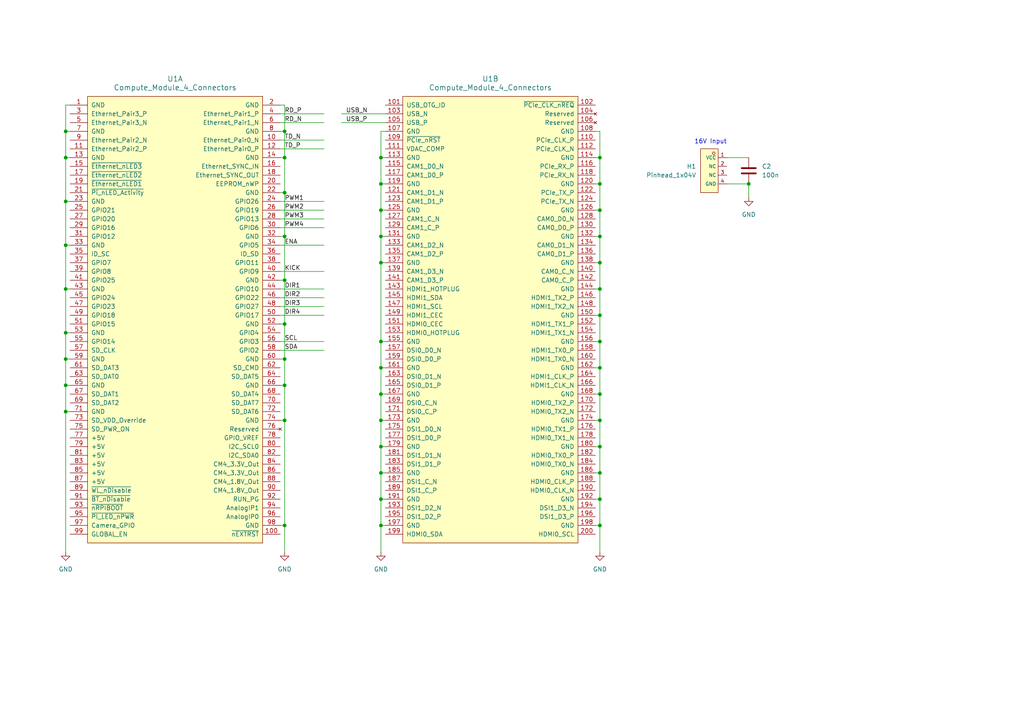
<source format=kicad_sch>
(kicad_sch (version 20230121) (generator eeschema)
  (paper "A4")
  (lib_symbols
    (symbol "Compute_Module_4_Connectors_1" (pin_names (offset 1.016))
      (property "Reference" "U1" (at 25.4 7.62 0))
      (property "Value" "Compute_Module_4_Connectors" (at 25.4 5.08 0))
      (symbol "Compute_Module_4_Connectors_1_1_1"
        (pin power_in line (at 0 0 0) (length 5.08) (name "GND") (number "1"))
        (pin passive line (at 60.96 -10.16 180) (length 5.08) (name "Ethernet_Pair0_N") (number "10"))
        (pin output line (at 60.96 -124.46 180) (length 5.08) (name "~{nEXTRST}") (number "100"))
        (pin passive line (at 0 -12.7 0) (length 5.08) (name "Ethernet_Pair2_P") (number "11"))
        (pin passive line (at 60.96 -12.7 180) (length 5.08) (name "Ethernet_Pair0_P") (number "12"))
        (pin power_in line (at 0 -15.24 0) (length 5.08) (name "GND") (number "13"))
        (pin power_in line (at 60.96 -15.24 180) (length 5.08) (name "GND") (number "14"))
        (pin output line (at 0 -17.78 0) (length 5.08) (name "~{Ethernet_nLED3}") (number "15"))
        (pin input line (at 60.96 -17.78 180) (length 5.08) (name "Ethernet_SYNC_IN") (number "16"))
        (pin output line (at 0 -20.32 0) (length 5.08) (name "~{Ethernet_nLED2}") (number "17"))
        (pin input line (at 60.96 -20.32 180) (length 5.08) (name "Ethernet_SYNC_OUT") (number "18"))
        (pin output line (at 0 -22.86 0) (length 5.08) (name "~{Ethernet_nLED1}") (number "19"))
        (pin power_in line (at 60.96 0 180) (length 5.08) (name "GND") (number "2"))
        (pin passive line (at 60.96 -22.86 180) (length 5.08) (name "EEPROM_nWP") (number "20"))
        (pin open_collector line (at 0 -25.4 0) (length 5.08) (name "~{Pi_nLED_Activity}") (number "21"))
        (pin power_in line (at 60.96 -25.4 180) (length 5.08) (name "GND") (number "22"))
        (pin power_in line (at 0 -27.94 0) (length 5.08) (name "GND") (number "23"))
        (pin passive line (at 60.96 -27.94 180) (length 5.08) (name "GPIO26") (number "24"))
        (pin passive line (at 0 -30.48 0) (length 5.08) (name "GPIO21") (number "25"))
        (pin passive line (at 60.96 -30.48 180) (length 5.08) (name "GPIO19") (number "26"))
        (pin passive line (at 0 -33.02 0) (length 5.08) (name "GPIO20") (number "27"))
        (pin passive line (at 60.96 -33.02 180) (length 5.08) (name "GPIO13") (number "28"))
        (pin passive line (at 0 -35.56 0) (length 5.08) (name "GPIO16") (number "29"))
        (pin passive line (at 0 -2.54 0) (length 5.08) (name "Ethernet_Pair3_P") (number "3"))
        (pin passive line (at 60.96 -35.56 180) (length 5.08) (name "GPIO6") (number "30"))
        (pin passive line (at 0 -38.1 0) (length 5.08) (name "GPIO12") (number "31"))
        (pin power_in line (at 60.96 -38.1 180) (length 5.08) (name "GND") (number "32"))
        (pin power_in line (at 0 -40.64 0) (length 5.08) (name "GND") (number "33"))
        (pin passive line (at 60.96 -40.64 180) (length 5.08) (name "GPIO5") (number "34"))
        (pin passive line (at 0 -43.18 0) (length 5.08) (name "ID_SC") (number "35"))
        (pin passive line (at 60.96 -43.18 180) (length 5.08) (name "ID_SD") (number "36"))
        (pin passive line (at 0 -45.72 0) (length 5.08) (name "GPIO7") (number "37"))
        (pin passive line (at 60.96 -45.72 180) (length 5.08) (name "GPIO11") (number "38"))
        (pin passive line (at 0 -48.26 0) (length 5.08) (name "GPIO8") (number "39"))
        (pin passive line (at 60.96 -2.54 180) (length 5.08) (name "Ethernet_Pair1_P") (number "4"))
        (pin passive line (at 60.96 -48.26 180) (length 5.08) (name "GPIO9") (number "40"))
        (pin passive line (at 0 -50.8 0) (length 5.08) (name "GPIO25") (number "41"))
        (pin power_in line (at 60.96 -50.8 180) (length 5.08) (name "GND") (number "42"))
        (pin power_in line (at 0 -53.34 0) (length 5.08) (name "GND") (number "43"))
        (pin passive line (at 60.96 -53.34 180) (length 5.08) (name "GPIO10") (number "44"))
        (pin passive line (at 0 -55.88 0) (length 5.08) (name "GPIO24") (number "45"))
        (pin passive line (at 60.96 -55.88 180) (length 5.08) (name "GPIO22") (number "46"))
        (pin passive line (at 0 -58.42 0) (length 5.08) (name "GPIO23") (number "47"))
        (pin passive line (at 60.96 -58.42 180) (length 5.08) (name "GPIO27") (number "48"))
        (pin passive line (at 0 -60.96 0) (length 5.08) (name "GPIO18") (number "49"))
        (pin passive line (at 0 -5.08 0) (length 5.08) (name "Ethernet_Pair3_N") (number "5"))
        (pin passive line (at 60.96 -60.96 180) (length 5.08) (name "GPIO17") (number "50"))
        (pin passive line (at 0 -63.5 0) (length 5.08) (name "GPIO15") (number "51"))
        (pin power_in line (at 60.96 -63.5 180) (length 5.08) (name "GND") (number "52"))
        (pin power_in line (at 0 -66.04 0) (length 5.08) (name "GND") (number "53"))
        (pin passive line (at 60.96 -66.04 180) (length 5.08) (name "GPIO4") (number "54"))
        (pin passive line (at 0 -68.58 0) (length 5.08) (name "GPIO14") (number "55"))
        (pin passive line (at 60.96 -68.58 180) (length 5.08) (name "GPIO3") (number "56"))
        (pin passive line (at 0 -71.12 0) (length 5.08) (name "SD_CLK") (number "57"))
        (pin passive line (at 60.96 -71.12 180) (length 5.08) (name "GPIO2") (number "58"))
        (pin power_in line (at 0 -73.66 0) (length 5.08) (name "GND") (number "59"))
        (pin passive line (at 60.96 -5.08 180) (length 5.08) (name "Ethernet_Pair1_N") (number "6"))
        (pin power_in line (at 60.96 -73.66 180) (length 5.08) (name "GND") (number "60"))
        (pin passive line (at 0 -76.2 0) (length 5.08) (name "SD_DAT3") (number "61"))
        (pin passive line (at 60.96 -76.2 180) (length 5.08) (name "SD_CMD") (number "62"))
        (pin passive line (at 0 -78.74 0) (length 5.08) (name "SD_DAT0") (number "63"))
        (pin passive line (at 60.96 -78.74 180) (length 5.08) (name "SD_DAT5") (number "64"))
        (pin power_in line (at 0 -81.28 0) (length 5.08) (name "GND") (number "65"))
        (pin power_in line (at 60.96 -81.28 180) (length 5.08) (name "GND") (number "66"))
        (pin passive line (at 0 -83.82 0) (length 5.08) (name "SD_DAT1") (number "67"))
        (pin passive line (at 60.96 -83.82 180) (length 5.08) (name "SD_DAT4") (number "68"))
        (pin passive line (at 0 -86.36 0) (length 5.08) (name "SD_DAT2") (number "69"))
        (pin power_in line (at 0 -7.62 0) (length 5.08) (name "GND") (number "7"))
        (pin passive line (at 60.96 -86.36 180) (length 5.08) (name "SD_DAT7") (number "70"))
        (pin power_in line (at 0 -88.9 0) (length 5.08) (name "GND") (number "71"))
        (pin passive line (at 60.96 -88.9 180) (length 5.08) (name "SD_DAT6") (number "72"))
        (pin input line (at 0 -91.44 0) (length 5.08) (name "SD_VDD_Override") (number "73"))
        (pin power_in line (at 60.96 -91.44 180) (length 5.08) (name "GND") (number "74"))
        (pin output line (at 0 -93.98 0) (length 5.08) (name "SD_PWR_ON") (number "75"))
        (pin no_connect line (at 60.96 -93.98 180) (length 5.08) (name "Reserved") (number "76"))
        (pin power_in line (at 0 -96.52 0) (length 5.08) (name "+5V") (number "77"))
        (pin power_in line (at 60.96 -96.52 180) (length 5.08) (name "GPIO_VREF") (number "78"))
        (pin power_in line (at 0 -99.06 0) (length 5.08) (name "+5V") (number "79"))
        (pin power_in line (at 60.96 -7.62 180) (length 5.08) (name "GND") (number "8"))
        (pin bidirectional line (at 60.96 -99.06 180) (length 5.08) (name "I2C_SCL0") (number "80"))
        (pin power_in line (at 0 -101.6 0) (length 5.08) (name "+5V") (number "81"))
        (pin bidirectional line (at 60.96 -101.6 180) (length 5.08) (name "I2C_SDA0") (number "82"))
        (pin power_in line (at 0 -104.14 0) (length 5.08) (name "+5V") (number "83"))
        (pin power_out line (at 60.96 -104.14 180) (length 5.08) (name "CM4_3.3V_Out") (number "84"))
        (pin power_in line (at 0 -106.68 0) (length 5.08) (name "+5V") (number "85"))
        (pin power_out line (at 60.96 -106.68 180) (length 5.08) (name "CM4_3.3V_Out") (number "86"))
        (pin power_in line (at 0 -109.22 0) (length 5.08) (name "+5V") (number "87"))
        (pin power_out line (at 60.96 -109.22 180) (length 5.08) (name "CM4_1.8V_Out") (number "88"))
        (pin input line (at 0 -111.76 0) (length 5.08) (name "~{WL_nDisable}") (number "89"))
        (pin passive line (at 0 -10.16 0) (length 5.08) (name "Ethernet_Pair2_N") (number "9"))
        (pin power_out line (at 60.96 -111.76 180) (length 5.08) (name "CM4_1.8V_Out") (number "90"))
        (pin input line (at 0 -114.3 0) (length 5.08) (name "~{BT_nDisable}") (number "91"))
        (pin passive line (at 60.96 -114.3 180) (length 5.08) (name "RUN_PG") (number "92"))
        (pin input line (at 0 -116.84 0) (length 5.08) (name "~{nRPIBOOT}") (number "93"))
        (pin passive line (at 60.96 -116.84 180) (length 5.08) (name "AnalogIP1") (number "94"))
        (pin output line (at 0 -119.38 0) (length 5.08) (name "~{PI_LED_nPWR}") (number "95"))
        (pin passive line (at 60.96 -119.38 180) (length 5.08) (name "AnalogIP0") (number "96"))
        (pin passive line (at 0 -121.92 0) (length 5.08) (name "Camera_GPIO") (number "97"))
        (pin power_in line (at 60.96 -121.92 180) (length 5.08) (name "GND") (number "98"))
        (pin input line (at 0 -124.46 0) (length 5.08) (name "GLOBAL_EN") (number "99"))
      )
      (symbol "Compute_Module_4_Connectors_1_2_1"
        (pin input line (at 0 0 0) (length 5.08) (name "USB_OTG_ID") (number "101"))
        (pin input line (at 60.96 0 180) (length 5.08) (name "~{PCIe_CLK_nREQ}") (number "102"))
        (pin passive line (at 0 -2.54 0) (length 5.08) (name "USB_N") (number "103"))
        (pin no_connect line (at 60.96 -2.54 180) (length 5.08) (name "Reserved") (number "104"))
        (pin passive line (at 0 -5.08 0) (length 5.08) (name "USB_P") (number "105"))
        (pin no_connect line (at 60.96 -5.08 180) (length 5.08) (name "Reserved") (number "106"))
        (pin power_in line (at 0 -7.62 0) (length 5.08) (name "GND") (number "107"))
        (pin power_in line (at 60.96 -7.62 180) (length 5.08) (name "GND") (number "108"))
        (pin output line (at 0 -10.16 0) (length 5.08) (name "~{PCIe_nRST}") (number "109"))
        (pin output line (at 60.96 -10.16 180) (length 5.08) (name "PCIe_CLK_P") (number "110"))
        (pin output line (at 0 -12.7 0) (length 5.08) (name "VDAC_COMP") (number "111"))
        (pin output line (at 60.96 -12.7 180) (length 5.08) (name "PCIe_CLK_N") (number "112"))
        (pin power_in line (at 0 -15.24 0) (length 5.08) (name "GND") (number "113"))
        (pin power_in line (at 60.96 -15.24 180) (length 5.08) (name "GND") (number "114"))
        (pin input line (at 0 -17.78 0) (length 5.08) (name "CAM1_D0_N") (number "115"))
        (pin input line (at 60.96 -17.78 180) (length 5.08) (name "PCIe_RX_P") (number "116"))
        (pin input line (at 0 -20.32 0) (length 5.08) (name "CAM1_D0_P") (number "117"))
        (pin input line (at 60.96 -20.32 180) (length 5.08) (name "PCIe_RX_N") (number "118"))
        (pin power_in line (at 0 -22.86 0) (length 5.08) (name "GND") (number "119"))
        (pin power_in line (at 60.96 -22.86 180) (length 5.08) (name "GND") (number "120"))
        (pin input line (at 0 -25.4 0) (length 5.08) (name "CAM1_D1_N") (number "121"))
        (pin output line (at 60.96 -25.4 180) (length 5.08) (name "PCIe_TX_P") (number "122"))
        (pin input line (at 0 -27.94 0) (length 5.08) (name "CAM1_D1_P") (number "123"))
        (pin output line (at 60.96 -27.94 180) (length 5.08) (name "PCIe_TX_N") (number "124"))
        (pin power_in line (at 0 -30.48 0) (length 5.08) (name "GND") (number "125"))
        (pin power_in line (at 60.96 -30.48 180) (length 5.08) (name "GND") (number "126"))
        (pin input line (at 0 -33.02 0) (length 5.08) (name "CAM1_C_N") (number "127"))
        (pin input line (at 60.96 -33.02 180) (length 5.08) (name "CAM0_D0_N") (number "128"))
        (pin input line (at 0 -35.56 0) (length 5.08) (name "CAM1_C_P") (number "129"))
        (pin input line (at 60.96 -35.56 180) (length 5.08) (name "CAM0_D0_P") (number "130"))
        (pin power_in line (at 0 -38.1 0) (length 5.08) (name "GND") (number "131"))
        (pin power_in line (at 60.96 -38.1 180) (length 5.08) (name "GND") (number "132"))
        (pin input line (at 0 -40.64 0) (length 5.08) (name "CAM1_D2_N") (number "133"))
        (pin input line (at 60.96 -40.64 180) (length 5.08) (name "CAM0_D1_N") (number "134"))
        (pin input line (at 0 -43.18 0) (length 5.08) (name "CAM1_D2_P") (number "135"))
        (pin input line (at 60.96 -43.18 180) (length 5.08) (name "CAM0_D1_P") (number "136"))
        (pin power_in line (at 0 -45.72 0) (length 5.08) (name "GND") (number "137"))
        (pin power_in line (at 60.96 -45.72 180) (length 5.08) (name "GND") (number "138"))
        (pin input line (at 0 -48.26 0) (length 5.08) (name "CAM1_D3_N") (number "139"))
        (pin input line (at 60.96 -48.26 180) (length 5.08) (name "CAM0_C_N") (number "140"))
        (pin input line (at 0 -50.8 0) (length 5.08) (name "CAM1_D3_P") (number "141"))
        (pin input line (at 60.96 -50.8 180) (length 5.08) (name "CAM0_C_P") (number "142"))
        (pin input line (at 0 -53.34 0) (length 5.08) (name "HDMI1_HOTPLUG") (number "143"))
        (pin power_in line (at 60.96 -53.34 180) (length 5.08) (name "GND") (number "144"))
        (pin bidirectional line (at 0 -55.88 0) (length 5.08) (name "HDMI1_SDA") (number "145"))
        (pin output line (at 60.96 -55.88 180) (length 5.08) (name "HDMI1_TX2_P") (number "146"))
        (pin open_collector line (at 0 -58.42 0) (length 5.08) (name "HDMI1_SCL") (number "147"))
        (pin output line (at 60.96 -58.42 180) (length 5.08) (name "HDMI1_TX2_N") (number "148"))
        (pin open_collector line (at 0 -60.96 0) (length 5.08) (name "HDMI1_CEC") (number "149"))
        (pin power_in line (at 60.96 -60.96 180) (length 5.08) (name "GND") (number "150"))
        (pin open_collector line (at 0 -63.5 0) (length 5.08) (name "HDMI0_CEC") (number "151"))
        (pin output line (at 60.96 -63.5 180) (length 5.08) (name "HDMI1_TX1_P") (number "152"))
        (pin input line (at 0 -66.04 0) (length 5.08) (name "HDMI0_HOTPLUG") (number "153"))
        (pin output line (at 60.96 -66.04 180) (length 5.08) (name "HDMI1_TX1_N") (number "154"))
        (pin power_in line (at 0 -68.58 0) (length 5.08) (name "GND") (number "155"))
        (pin power_in line (at 60.96 -68.58 180) (length 5.08) (name "GND") (number "156"))
        (pin output line (at 0 -71.12 0) (length 5.08) (name "DSI0_D0_N") (number "157"))
        (pin output line (at 60.96 -71.12 180) (length 5.08) (name "HDMI1_TX0_P") (number "158"))
        (pin output line (at 0 -73.66 0) (length 5.08) (name "DSI0_D0_P") (number "159"))
        (pin output line (at 60.96 -73.66 180) (length 5.08) (name "HDMI1_TX0_N") (number "160"))
        (pin power_in line (at 0 -76.2 0) (length 5.08) (name "GND") (number "161"))
        (pin power_in line (at 60.96 -76.2 180) (length 5.08) (name "GND") (number "162"))
        (pin output line (at 0 -78.74 0) (length 5.08) (name "DSI0_D1_N") (number "163"))
        (pin output line (at 60.96 -78.74 180) (length 5.08) (name "HDMI1_CLK_P") (number "164"))
        (pin output line (at 0 -81.28 0) (length 5.08) (name "DSI0_D1_P") (number "165"))
        (pin output line (at 60.96 -81.28 180) (length 5.08) (name "HDMI1_CLK_N") (number "166"))
        (pin power_in line (at 0 -83.82 0) (length 5.08) (name "GND") (number "167"))
        (pin power_in line (at 60.96 -83.82 180) (length 5.08) (name "GND") (number "168"))
        (pin output line (at 0 -86.36 0) (length 5.08) (name "DSI0_C_N") (number "169"))
        (pin output line (at 60.96 -86.36 180) (length 5.08) (name "HDMI0_TX2_P") (number "170"))
        (pin output line (at 0 -88.9 0) (length 5.08) (name "DSI0_C_P") (number "171"))
        (pin output line (at 60.96 -88.9 180) (length 5.08) (name "HDMI0_TX2_N") (number "172"))
        (pin power_in line (at 0 -91.44 0) (length 5.08) (name "GND") (number "173"))
        (pin power_in line (at 60.96 -91.44 180) (length 5.08) (name "GND") (number "174"))
        (pin output line (at 0 -93.98 0) (length 5.08) (name "DSI1_D0_N") (number "175"))
        (pin output line (at 60.96 -93.98 180) (length 5.08) (name "HDMI0_TX1_P") (number "176"))
        (pin output line (at 0 -96.52 0) (length 5.08) (name "DSI1_D0_P") (number "177"))
        (pin output line (at 60.96 -96.52 180) (length 5.08) (name "HDMI0_TX1_N") (number "178"))
        (pin power_in line (at 0 -99.06 0) (length 5.08) (name "GND") (number "179"))
        (pin power_in line (at 60.96 -99.06 180) (length 5.08) (name "GND") (number "180"))
        (pin output line (at 0 -101.6 0) (length 5.08) (name "DSI1_D1_N") (number "181"))
        (pin output line (at 60.96 -101.6 180) (length 5.08) (name "HDMI0_TX0_P") (number "182"))
        (pin output line (at 0 -104.14 0) (length 5.08) (name "DSI1_D1_P") (number "183"))
        (pin output line (at 60.96 -104.14 180) (length 5.08) (name "HDMI0_TX0_N") (number "184"))
        (pin power_in line (at 0 -106.68 0) (length 5.08) (name "GND") (number "185"))
        (pin power_in line (at 60.96 -106.68 180) (length 5.08) (name "GND") (number "186"))
        (pin output line (at 0 -109.22 0) (length 5.08) (name "DSI1_C_N") (number "187"))
        (pin output line (at 60.96 -109.22 180) (length 5.08) (name "HDMI0_CLK_P") (number "188"))
        (pin output line (at 0 -111.76 0) (length 5.08) (name "DSI1_C_P") (number "189"))
        (pin output line (at 60.96 -111.76 180) (length 5.08) (name "HDMI0_CLK_N") (number "190"))
        (pin power_in line (at 0 -114.3 0) (length 5.08) (name "GND") (number "191"))
        (pin power_in line (at 60.96 -114.3 180) (length 5.08) (name "GND") (number "192"))
        (pin output line (at 0 -116.84 0) (length 5.08) (name "DSI1_D2_N") (number "193"))
        (pin output line (at 60.96 -116.84 180) (length 5.08) (name "DSI1_D3_N") (number "194"))
        (pin output line (at 0 -119.38 0) (length 5.08) (name "DSI1_D2_P") (number "195"))
        (pin output line (at 60.96 -119.38 180) (length 5.08) (name "DSI1_D3_P") (number "196"))
        (pin power_in line (at 0 -121.92 0) (length 5.08) (name "GND") (number "197"))
        (pin power_in line (at 60.96 -121.92 180) (length 5.08) (name "GND") (number "198"))
        (pin bidirectional line (at 0 -124.46 0) (length 5.08) (name "HDMI0_SDA") (number "199"))
        (pin open_collector line (at 60.96 -124.46 180) (length 5.08) (name "HDMI0_SCL") (number "200"))
      )
    )
    (symbol "Device:C" (pin_numbers hide) (pin_names (offset 0.254))
      (property "Reference" "C" (at 0.635 2.54 0))
      (property "Value" "C" (at 0.635 -2.54 0))
      (symbol "C_1_1"
        (pin passive line (at 0 3.81 270) (length 2.794) (name "~") (number "1"))
        (pin passive line (at 0 -3.81 90) (length 2.794) (name "~") (number "2"))
      )
    )
    (symbol "Device:R" (pin_numbers hide) (pin_names (offset 0))
      (property "Reference" "R" (at 2.032 0 90))
      (property "Value" "R" (at 0 0 90))
      (symbol "R_1_1"
        (pin passive line (at 0 3.81 270) (length 1.27) (name "~") (number "1"))
        (pin passive line (at 0 -3.81 90) (length 1.27) (name "~") (number "2"))
      )
    )
    (symbol "Raspberry_Pi_Compute_Module_4:Compute_Module_4_Connectors" (pin_names (offset 1.016))
      (property "Reference" "U1" (at 25.4 7.62 0))
      (property "Value" "Compute_Module_4_Connectors" (at 25.4 5.08 0))
      (symbol "Compute_Module_4_Connectors_1_1"
        (pin power_in line (at 0 0 0) (length 5.08) (name "GND") (number "1"))
        (pin passive line (at 60.96 -10.16 180) (length 5.08) (name "Ethernet_Pair0_N") (number "10"))
        (pin output line (at 60.96 -124.46 180) (length 5.08) (name "~{nEXTRST}") (number "100"))
        (pin passive line (at 0 -12.7 0) (length 5.08) (name "Ethernet_Pair2_P") (number "11"))
        (pin passive line (at 60.96 -12.7 180) (length 5.08) (name "Ethernet_Pair0_P") (number "12"))
        (pin power_in line (at 0 -15.24 0) (length 5.08) (name "GND") (number "13"))
        (pin power_in line (at 60.96 -15.24 180) (length 5.08) (name "GND") (number "14"))
        (pin output line (at 0 -17.78 0) (length 5.08) (name "~{Ethernet_nLED3}") (number "15"))
        (pin input line (at 60.96 -17.78 180) (length 5.08) (name "Ethernet_SYNC_IN") (number "16"))
        (pin output line (at 0 -20.32 0) (length 5.08) (name "~{Ethernet_nLED2}") (number "17"))
        (pin input line (at 60.96 -20.32 180) (length 5.08) (name "Ethernet_SYNC_OUT") (number "18"))
        (pin output line (at 0 -22.86 0) (length 5.08) (name "~{Ethernet_nLED1}") (number "19"))
        (pin power_in line (at 60.96 0 180) (length 5.08) (name "GND") (number "2"))
        (pin passive line (at 60.96 -22.86 180) (length 5.08) (name "EEPROM_nWP") (number "20"))
        (pin open_collector line (at 0 -25.4 0) (length 5.08) (name "~{Pi_nLED_Activity}") (number "21"))
        (pin power_in line (at 60.96 -25.4 180) (length 5.08) (name "GND") (number "22"))
        (pin power_in line (at 0 -27.94 0) (length 5.08) (name "GND") (number "23"))
        (pin passive line (at 60.96 -27.94 180) (length 5.08) (name "GPIO26") (number "24"))
        (pin passive line (at 0 -30.48 0) (length 5.08) (name "GPIO21") (number "25"))
        (pin passive line (at 60.96 -30.48 180) (length 5.08) (name "GPIO19") (number "26"))
        (pin passive line (at 0 -33.02 0) (length 5.08) (name "GPIO20") (number "27"))
        (pin passive line (at 60.96 -33.02 180) (length 5.08) (name "GPIO13") (number "28"))
        (pin passive line (at 0 -35.56 0) (length 5.08) (name "GPIO16") (number "29"))
        (pin passive line (at 0 -2.54 0) (length 5.08) (name "Ethernet_Pair3_P") (number "3"))
        (pin passive line (at 60.96 -35.56 180) (length 5.08) (name "GPIO6") (number "30"))
        (pin passive line (at 0 -38.1 0) (length 5.08) (name "GPIO12") (number "31"))
        (pin power_in line (at 60.96 -38.1 180) (length 5.08) (name "GND") (number "32"))
        (pin power_in line (at 0 -40.64 0) (length 5.08) (name "GND") (number "33"))
        (pin passive line (at 60.96 -40.64 180) (length 5.08) (name "GPIO5") (number "34"))
        (pin passive line (at 0 -43.18 0) (length 5.08) (name "ID_SC") (number "35"))
        (pin passive line (at 60.96 -43.18 180) (length 5.08) (name "ID_SD") (number "36"))
        (pin passive line (at 0 -45.72 0) (length 5.08) (name "GPIO7") (number "37"))
        (pin passive line (at 60.96 -45.72 180) (length 5.08) (name "GPIO11") (number "38"))
        (pin passive line (at 0 -48.26 0) (length 5.08) (name "GPIO8") (number "39"))
        (pin passive line (at 60.96 -2.54 180) (length 5.08) (name "Ethernet_Pair1_P") (number "4"))
        (pin passive line (at 60.96 -48.26 180) (length 5.08) (name "GPIO9") (number "40"))
        (pin passive line (at 0 -50.8 0) (length 5.08) (name "GPIO25") (number "41"))
        (pin power_in line (at 60.96 -50.8 180) (length 5.08) (name "GND") (number "42"))
        (pin power_in line (at 0 -53.34 0) (length 5.08) (name "GND") (number "43"))
        (pin passive line (at 60.96 -53.34 180) (length 5.08) (name "GPIO10") (number "44"))
        (pin passive line (at 0 -55.88 0) (length 5.08) (name "GPIO24") (number "45"))
        (pin passive line (at 60.96 -55.88 180) (length 5.08) (name "GPIO22") (number "46"))
        (pin passive line (at 0 -58.42 0) (length 5.08) (name "GPIO23") (number "47"))
        (pin passive line (at 60.96 -58.42 180) (length 5.08) (name "GPIO27") (number "48"))
        (pin passive line (at 0 -60.96 0) (length 5.08) (name "GPIO18") (number "49"))
        (pin passive line (at 0 -5.08 0) (length 5.08) (name "Ethernet_Pair3_N") (number "5"))
        (pin passive line (at 60.96 -60.96 180) (length 5.08) (name "GPIO17") (number "50"))
        (pin passive line (at 0 -63.5 0) (length 5.08) (name "GPIO15") (number "51"))
        (pin power_in line (at 60.96 -63.5 180) (length 5.08) (name "GND") (number "52"))
        (pin power_in line (at 0 -66.04 0) (length 5.08) (name "GND") (number "53"))
        (pin passive line (at 60.96 -66.04 180) (length 5.08) (name "GPIO4") (number "54"))
        (pin passive line (at 0 -68.58 0) (length 5.08) (name "GPIO14") (number "55"))
        (pin passive line (at 60.96 -68.58 180) (length 5.08) (name "GPIO3") (number "56"))
        (pin passive line (at 0 -71.12 0) (length 5.08) (name "SD_CLK") (number "57"))
        (pin passive line (at 60.96 -71.12 180) (length 5.08) (name "GPIO2") (number "58"))
        (pin power_in line (at 0 -73.66 0) (length 5.08) (name "GND") (number "59"))
        (pin passive line (at 60.96 -5.08 180) (length 5.08) (name "Ethernet_Pair1_N") (number "6"))
        (pin power_in line (at 60.96 -73.66 180) (length 5.08) (name "GND") (number "60"))
        (pin passive line (at 0 -76.2 0) (length 5.08) (name "SD_DAT3") (number "61"))
        (pin passive line (at 60.96 -76.2 180) (length 5.08) (name "SD_CMD") (number "62"))
        (pin passive line (at 0 -78.74 0) (length 5.08) (name "SD_DAT0") (number "63"))
        (pin passive line (at 60.96 -78.74 180) (length 5.08) (name "SD_DAT5") (number "64"))
        (pin power_in line (at 0 -81.28 0) (length 5.08) (name "GND") (number "65"))
        (pin power_in line (at 60.96 -81.28 180) (length 5.08) (name "GND") (number "66"))
        (pin passive line (at 0 -83.82 0) (length 5.08) (name "SD_DAT1") (number "67"))
        (pin passive line (at 60.96 -83.82 180) (length 5.08) (name "SD_DAT4") (number "68"))
        (pin passive line (at 0 -86.36 0) (length 5.08) (name "SD_DAT2") (number "69"))
        (pin power_in line (at 0 -7.62 0) (length 5.08) (name "GND") (number "7"))
        (pin passive line (at 60.96 -86.36 180) (length 5.08) (name "SD_DAT7") (number "70"))
        (pin power_in line (at 0 -88.9 0) (length 5.08) (name "GND") (number "71"))
        (pin passive line (at 60.96 -88.9 180) (length 5.08) (name "SD_DAT6") (number "72"))
        (pin input line (at 0 -91.44 0) (length 5.08) (name "SD_VDD_Override") (number "73"))
        (pin power_in line (at 60.96 -91.44 180) (length 5.08) (name "GND") (number "74"))
        (pin output line (at 0 -93.98 0) (length 5.08) (name "SD_PWR_ON") (number "75"))
        (pin no_connect line (at 60.96 -93.98 180) (length 5.08) (name "Reserved") (number "76"))
        (pin power_in line (at 0 -96.52 0) (length 5.08) (name "+5V") (number "77"))
        (pin power_in line (at 60.96 -96.52 180) (length 5.08) (name "GPIO_VREF") (number "78"))
        (pin power_in line (at 0 -99.06 0) (length 5.08) (name "+5V") (number "79"))
        (pin power_in line (at 60.96 -7.62 180) (length 5.08) (name "GND") (number "8"))
        (pin bidirectional line (at 60.96 -99.06 180) (length 5.08) (name "I2C_SCL0") (number "80"))
        (pin power_in line (at 0 -101.6 0) (length 5.08) (name "+5V") (number "81"))
        (pin bidirectional line (at 60.96 -101.6 180) (length 5.08) (name "I2C_SDA0") (number "82"))
        (pin power_in line (at 0 -104.14 0) (length 5.08) (name "+5V") (number "83"))
        (pin power_out line (at 60.96 -104.14 180) (length 5.08) (name "CM4_3.3V_Out") (number "84"))
        (pin power_in line (at 0 -106.68 0) (length 5.08) (name "+5V") (number "85"))
        (pin power_out line (at 60.96 -106.68 180) (length 5.08) (name "CM4_3.3V_Out") (number "86"))
        (pin power_in line (at 0 -109.22 0) (length 5.08) (name "+5V") (number "87"))
        (pin power_out line (at 60.96 -109.22 180) (length 5.08) (name "CM4_1.8V_Out") (number "88"))
        (pin input line (at 0 -111.76 0) (length 5.08) (name "~{WL_nDisable}") (number "89"))
        (pin passive line (at 0 -10.16 0) (length 5.08) (name "Ethernet_Pair2_N") (number "9"))
        (pin power_out line (at 60.96 -111.76 180) (length 5.08) (name "CM4_1.8V_Out") (number "90"))
        (pin input line (at 0 -114.3 0) (length 5.08) (name "~{BT_nDisable}") (number "91"))
        (pin passive line (at 60.96 -114.3 180) (length 5.08) (name "RUN_PG") (number "92"))
        (pin input line (at 0 -116.84 0) (length 5.08) (name "~{nRPIBOOT}") (number "93"))
        (pin passive line (at 60.96 -116.84 180) (length 5.08) (name "AnalogIP1") (number "94"))
        (pin output line (at 0 -119.38 0) (length 5.08) (name "~{PI_LED_nPWR}") (number "95"))
        (pin passive line (at 60.96 -119.38 180) (length 5.08) (name "AnalogIP0") (number "96"))
        (pin passive line (at 0 -121.92 0) (length 5.08) (name "Camera_GPIO") (number "97"))
        (pin power_in line (at 60.96 -121.92 180) (length 5.08) (name "GND") (number "98"))
        (pin input line (at 0 -124.46 0) (length 5.08) (name "GLOBAL_EN") (number "99"))
      )
      (symbol "Compute_Module_4_Connectors_2_1"
        (pin input line (at 0 0 0) (length 5.08) (name "USB_OTG_ID") (number "101"))
        (pin input line (at 60.96 0 180) (length 5.08) (name "~{PCIe_CLK_nREQ}") (number "102"))
        (pin passive line (at 0 -2.54 0) (length 5.08) (name "USB_N") (number "103"))
        (pin no_connect line (at 60.96 -2.54 180) (length 5.08) (name "Reserved") (number "104"))
        (pin passive line (at 0 -5.08 0) (length 5.08) (name "USB_P") (number "105"))
        (pin no_connect line (at 60.96 -5.08 180) (length 5.08) (name "Reserved") (number "106"))
        (pin power_in line (at 0 -7.62 0) (length 5.08) (name "GND") (number "107"))
        (pin power_in line (at 60.96 -7.62 180) (length 5.08) (name "GND") (number "108"))
        (pin output line (at 0 -10.16 0) (length 5.08) (name "~{PCIe_nRST}") (number "109"))
        (pin output line (at 60.96 -10.16 180) (length 5.08) (name "PCIe_CLK_P") (number "110"))
        (pin output line (at 0 -12.7 0) (length 5.08) (name "VDAC_COMP") (number "111"))
        (pin output line (at 60.96 -12.7 180) (length 5.08) (name "PCIe_CLK_N") (number "112"))
        (pin power_in line (at 0 -15.24 0) (length 5.08) (name "GND") (number "113"))
        (pin power_in line (at 60.96 -15.24 180) (length 5.08) (name "GND") (number "114"))
        (pin input line (at 0 -17.78 0) (length 5.08) (name "CAM1_D0_N") (number "115"))
        (pin input line (at 60.96 -17.78 180) (length 5.08) (name "PCIe_RX_P") (number "116"))
        (pin input line (at 0 -20.32 0) (length 5.08) (name "CAM1_D0_P") (number "117"))
        (pin input line (at 60.96 -20.32 180) (length 5.08) (name "PCIe_RX_N") (number "118"))
        (pin power_in line (at 0 -22.86 0) (length 5.08) (name "GND") (number "119"))
        (pin power_in line (at 60.96 -22.86 180) (length 5.08) (name "GND") (number "120"))
        (pin input line (at 0 -25.4 0) (length 5.08) (name "CAM1_D1_N") (number "121"))
        (pin output line (at 60.96 -25.4 180) (length 5.08) (name "PCIe_TX_P") (number "122"))
        (pin input line (at 0 -27.94 0) (length 5.08) (name "CAM1_D1_P") (number "123"))
        (pin output line (at 60.96 -27.94 180) (length 5.08) (name "PCIe_TX_N") (number "124"))
        (pin power_in line (at 0 -30.48 0) (length 5.08) (name "GND") (number "125"))
        (pin power_in line (at 60.96 -30.48 180) (length 5.08) (name "GND") (number "126"))
        (pin input line (at 0 -33.02 0) (length 5.08) (name "CAM1_C_N") (number "127"))
        (pin input line (at 60.96 -33.02 180) (length 5.08) (name "CAM0_D0_N") (number "128"))
        (pin input line (at 0 -35.56 0) (length 5.08) (name "CAM1_C_P") (number "129"))
        (pin input line (at 60.96 -35.56 180) (length 5.08) (name "CAM0_D0_P") (number "130"))
        (pin power_in line (at 0 -38.1 0) (length 5.08) (name "GND") (number "131"))
        (pin power_in line (at 60.96 -38.1 180) (length 5.08) (name "GND") (number "132"))
        (pin input line (at 0 -40.64 0) (length 5.08) (name "CAM1_D2_N") (number "133"))
        (pin input line (at 60.96 -40.64 180) (length 5.08) (name "CAM0_D1_N") (number "134"))
        (pin input line (at 0 -43.18 0) (length 5.08) (name "CAM1_D2_P") (number "135"))
        (pin input line (at 60.96 -43.18 180) (length 5.08) (name "CAM0_D1_P") (number "136"))
        (pin power_in line (at 0 -45.72 0) (length 5.08) (name "GND") (number "137"))
        (pin power_in line (at 60.96 -45.72 180) (length 5.08) (name "GND") (number "138"))
        (pin input line (at 0 -48.26 0) (length 5.08) (name "CAM1_D3_N") (number "139"))
        (pin input line (at 60.96 -48.26 180) (length 5.08) (name "CAM0_C_N") (number "140"))
        (pin input line (at 0 -50.8 0) (length 5.08) (name "CAM1_D3_P") (number "141"))
        (pin input line (at 60.96 -50.8 180) (length 5.08) (name "CAM0_C_P") (number "142"))
        (pin input line (at 0 -53.34 0) (length 5.08) (name "HDMI1_HOTPLUG") (number "143"))
        (pin power_in line (at 60.96 -53.34 180) (length 5.08) (name "GND") (number "144"))
        (pin bidirectional line (at 0 -55.88 0) (length 5.08) (name "HDMI1_SDA") (number "145"))
        (pin output line (at 60.96 -55.88 180) (length 5.08) (name "HDMI1_TX2_P") (number "146"))
        (pin open_collector line (at 0 -58.42 0) (length 5.08) (name "HDMI1_SCL") (number "147"))
        (pin output line (at 60.96 -58.42 180) (length 5.08) (name "HDMI1_TX2_N") (number "148"))
        (pin open_collector line (at 0 -60.96 0) (length 5.08) (name "HDMI1_CEC") (number "149"))
        (pin power_in line (at 60.96 -60.96 180) (length 5.08) (name "GND") (number "150"))
        (pin open_collector line (at 0 -63.5 0) (length 5.08) (name "HDMI0_CEC") (number "151"))
        (pin output line (at 60.96 -63.5 180) (length 5.08) (name "HDMI1_TX1_P") (number "152"))
        (pin input line (at 0 -66.04 0) (length 5.08) (name "HDMI0_HOTPLUG") (number "153"))
        (pin output line (at 60.96 -66.04 180) (length 5.08) (name "HDMI1_TX1_N") (number "154"))
        (pin power_in line (at 0 -68.58 0) (length 5.08) (name "GND") (number "155"))
        (pin power_in line (at 60.96 -68.58 180) (length 5.08) (name "GND") (number "156"))
        (pin output line (at 0 -71.12 0) (length 5.08) (name "DSI0_D0_N") (number "157"))
        (pin output line (at 60.96 -71.12 180) (length 5.08) (name "HDMI1_TX0_P") (number "158"))
        (pin output line (at 0 -73.66 0) (length 5.08) (name "DSI0_D0_P") (number "159"))
        (pin output line (at 60.96 -73.66 180) (length 5.08) (name "HDMI1_TX0_N") (number "160"))
        (pin power_in line (at 0 -76.2 0) (length 5.08) (name "GND") (number "161"))
        (pin power_in line (at 60.96 -76.2 180) (length 5.08) (name "GND") (number "162"))
        (pin output line (at 0 -78.74 0) (length 5.08) (name "DSI0_D1_N") (number "163"))
        (pin output line (at 60.96 -78.74 180) (length 5.08) (name "HDMI1_CLK_P") (number "164"))
        (pin output line (at 0 -81.28 0) (length 5.08) (name "DSI0_D1_P") (number "165"))
        (pin output line (at 60.96 -81.28 180) (length 5.08) (name "HDMI1_CLK_N") (number "166"))
        (pin power_in line (at 0 -83.82 0) (length 5.08) (name "GND") (number "167"))
        (pin power_in line (at 60.96 -83.82 180) (length 5.08) (name "GND") (number "168"))
        (pin output line (at 0 -86.36 0) (length 5.08) (name "DSI0_C_N") (number "169"))
        (pin output line (at 60.96 -86.36 180) (length 5.08) (name "HDMI0_TX2_P") (number "170"))
        (pin output line (at 0 -88.9 0) (length 5.08) (name "DSI0_C_P") (number "171"))
        (pin output line (at 60.96 -88.9 180) (length 5.08) (name "HDMI0_TX2_N") (number "172"))
        (pin power_in line (at 0 -91.44 0) (length 5.08) (name "GND") (number "173"))
        (pin power_in line (at 60.96 -91.44 180) (length 5.08) (name "GND") (number "174"))
        (pin output line (at 0 -93.98 0) (length 5.08) (name "DSI1_D0_N") (number "175"))
        (pin output line (at 60.96 -93.98 180) (length 5.08) (name "HDMI0_TX1_P") (number "176"))
        (pin output line (at 0 -96.52 0) (length 5.08) (name "DSI1_D0_P") (number "177"))
        (pin output line (at 60.96 -96.52 180) (length 5.08) (name "HDMI0_TX1_N") (number "178"))
        (pin power_in line (at 0 -99.06 0) (length 5.08) (name "GND") (number "179"))
        (pin power_in line (at 60.96 -99.06 180) (length 5.08) (name "GND") (number "180"))
        (pin output line (at 0 -101.6 0) (length 5.08) (name "DSI1_D1_N") (number "181"))
        (pin output line (at 60.96 -101.6 180) (length 5.08) (name "HDMI0_TX0_P") (number "182"))
        (pin output line (at 0 -104.14 0) (length 5.08) (name "DSI1_D1_P") (number "183"))
        (pin output line (at 60.96 -104.14 180) (length 5.08) (name "HDMI0_TX0_N") (number "184"))
        (pin power_in line (at 0 -106.68 0) (length 5.08) (name "GND") (number "185"))
        (pin power_in line (at 60.96 -106.68 180) (length 5.08) (name "GND") (number "186"))
        (pin output line (at 0 -109.22 0) (length 5.08) (name "DSI1_C_N") (number "187"))
        (pin output line (at 60.96 -109.22 180) (length 5.08) (name "HDMI0_CLK_P") (number "188"))
        (pin output line (at 0 -111.76 0) (length 5.08) (name "DSI1_C_P") (number "189"))
        (pin output line (at 60.96 -111.76 180) (length 5.08) (name "HDMI0_CLK_N") (number "190"))
        (pin power_in line (at 0 -114.3 0) (length 5.08) (name "GND") (number "191"))
        (pin power_in line (at 60.96 -114.3 180) (length 5.08) (name "GND") (number "192"))
        (pin output line (at 0 -116.84 0) (length 5.08) (name "DSI1_D2_N") (number "193"))
        (pin output line (at 60.96 -116.84 180) (length 5.08) (name "DSI1_D3_N") (number "194"))
        (pin output line (at 0 -119.38 0) (length 5.08) (name "DSI1_D2_P") (number "195"))
        (pin output line (at 60.96 -119.38 180) (length 5.08) (name "DSI1_D3_P") (number "196"))
        (pin power_in line (at 0 -121.92 0) (length 5.08) (name "GND") (number "197"))
        (pin power_in line (at 60.96 -121.92 180) (length 5.08) (name "GND") (number "198"))
        (pin bidirectional line (at 0 -124.46 0) (length 5.08) (name "HDMI0_SDA") (number "199"))
        (pin open_collector line (at 60.96 -124.46 180) (length 5.08) (name "HDMI0_SCL") (number "200"))
      )
    )
    (symbol "SI_46001_F:SI-46001-F" (pin_names (offset 0.254))
      (property "Reference" "J1" (at 5.08 6.35 0))
      (property "Value" "SI-46001-F" (at 5.08 3.81 0))
      (symbol "SI-46001-F_1_1"
        (pin unspecified line (at 0 0 0) (length 5.08) (name "TD+") (number "1"))
        (pin unspecified line (at 0 -2.54 0) (length 5.08) (name "TCT") (number "2"))
        (pin unspecified line (at 0 -5.08 0) (length 5.08) (name "TD-") (number "3"))
        (pin unspecified line (at 0 -7.62 0) (length 5.08) (name "RD+") (number "4"))
        (pin unspecified line (at 0 -12.7 0) (length 5.08) (name "RD-") (number "4"))
        (pin unspecified line (at 0 -10.16 0) (length 5.08) (name "RCT") (number "5"))
        (pin unspecified line (at 0 -15.24 0) (length 5.08) (name "NC") (number "7"))
        (pin unspecified line (at 0 -17.78 0) (length 5.08) (name "CHASSIS_GND") (number "8"))
      )
    )
    (symbol "bohlebots-rpi-cm4-carrier-symbols:USB_Conn_01x05_Pin"
      (property "Reference" "U2" (at -2.54 10.16 0))
      (property "Value" "USB_Conn_01x05_Pin" (at -11.43 7.62 0))
      (symbol "USB_Conn_01x05_Pin_1_1"
        (pin passive line (at -10.16 3.81 0) (length 5.08) (name "V+") (number "1"))
        (pin passive line (at -10.16 1.27 0) (length 5.08) (name "D-") (number "2"))
        (pin passive line (at -10.16 -1.27 0) (length 5.08) (name "D+") (number "3"))
        (pin passive line (at -10.16 -3.81 0) (length 5.08) (name "GND") (number "4"))
      )
    )
    (symbol "bohlebots.lib:D36V28FX"
      (property "Reference" "D36V28FX" (at 24.13 7.62 0))
      (property "Value" "5V" (at 24.13 5.08 0))
      (symbol "D36V28FX_1_0"
        (pin bidirectional line (at 0 0 0) (length 5.08) (name "PG") (number "1"))
        (pin bidirectional line (at 0 -2.54 0) (length 5.08) (name "EN") (number "2"))
        (pin bidirectional line (at 0 -5.08 0) (length 5.08) (name "IN") (number "3"))
        (pin bidirectional line (at 27.94 0 180) (length 5.08) (name "GND_1") (number "4"))
        (pin bidirectional line (at 27.94 -2.54 180) (length 5.08) (name "GND_2") (number "5"))
        (pin bidirectional line (at 27.94 -5.08 180) (length 5.08) (name "OUT") (number "6"))
      )
    )
    (symbol "bohlebots.lib:ESCOM_24/2"
      (property "Reference" "ESCON" (at 1.27 11.43 0))
      (symbol "ESCOM_24/2_1_0"
        (pin bidirectional line (at -12.7 7.62 0) (length 5.08) (name "M1") (number "P1"))
        (pin bidirectional line (at 15.24 -10.16 180) (length 5.08) (name "D4") (number "P14"))
        (pin bidirectional line (at 15.24 -7.62 180) (length 5.08) (name "D3") (number "P15"))
        (pin bidirectional line (at 15.24 -5.08 180) (length 5.08) (name "D2") (number "P16"))
        (pin bidirectional line (at 15.24 -2.54 180) (length 5.08) (name "D1") (number "P17"))
        (pin bidirectional line (at 15.24 5.08 180) (length 5.08) (name "GND") (number "P18"))
        (pin bidirectional line (at -12.7 5.08 0) (length 5.08) (name "M2") (number "P2"))
        (pin bidirectional line (at -12.7 2.54 0) (length 5.08) (name "M3") (number "P3"))
        (pin bidirectional line (at 15.24 7.62 180) (length 5.08) (name "VCC") (number "P4"))
        (pin bidirectional line (at 15.24 5.08 180) (length 5.08) (name "GND") (number "P5"))
        (pin bidirectional line (at -12.7 -2.54 0) (length 5.08) (name "+5V") (number "P6"))
        (pin bidirectional line (at -12.7 -5.08 0) (length 5.08) (name "H1") (number "P7"))
        (pin bidirectional line (at -12.7 -7.62 0) (length 5.08) (name "H2") (number "P8"))
        (pin bidirectional line (at -12.7 -10.16 0) (length 5.08) (name "H3") (number "P9"))
      )
    )
    (symbol "bohlebots.lib:KICKER"
      (property "Reference" "K1" (at 2.54 -1.905 0))
      (property "Value" "Kicker" (at -3.81 3.81 0))
      (symbol "KICKER_1_0"
        (pin bidirectional line (at 0 -11.43 90) (length 5.08) (name "GND") (number "GND1"))
        (pin bidirectional line (at 0 -11.43 90) (length 5.08) (name "GND") (number "GND2"))
        (pin bidirectional line (at 0 -11.43 90) (length 5.08) (name "GND") (number "GND3"))
        (pin bidirectional line (at 0 -11.43 90) (length 5.08) (name "GND") (number "GND4"))
        (pin bidirectional line (at 0 -11.43 90) (length 5.08) (name "GND") (number "GND5"))
        (pin bidirectional line (at 0 -11.43 90) (length 5.08) (name "GND") (number "GND6"))
        (pin bidirectional line (at 0 -11.43 90) (length 5.08) (name "GND") (number "GND7"))
        (pin bidirectional line (at 0 -11.43 90) (length 5.08) (name "GND") (number "GND8"))
        (pin bidirectional line (at -12.7 0 0) (length 5.08) (name "SIG") (number "SIG"))
        (pin bidirectional line (at 0 7.62 270) (length 5.08) (name "V+") (number "V+1"))
        (pin bidirectional line (at 0 7.62 270) (length 5.08) (name "V+") (number "V+2"))
        (pin bidirectional line (at 0 7.62 270) (length 5.08) (name "V+") (number "V+3"))
      )
    )
    (symbol "bohlebots.lib:MICROMATCH-4" (pin_names (offset 1.016))
      (property "Reference" "X1" (at 0 10.16 0))
      (property "Value" "Miromatch" (at 0 7.62 0))
      (symbol "MICROMATCH-4_1_0"
        (pin unspecified line (at -6.35 3.81 0) (length 2.54) (name "V+") (number "1"))
        (pin bidirectional line (at -6.35 1.27 0) (length 2.54) (name "SDA") (number "2"))
        (pin bidirectional line (at -6.35 -1.27 0) (length 2.54) (name "SCL") (number "3"))
        (pin unspecified line (at -6.35 -3.81 0) (length 2.54) (name "GND") (number "4"))
      )
    )
    (symbol "bohlebots.lib:Pinhead_1x04V"
      (property "Reference" "H1" (at 3.81 1.27 0))
      (property "Value" "Pinhead_1x04V" (at 3.81 -1.27 0))
      (symbol "Pinhead_1x04V_1_1"
        (pin input line (at -5.08 3.81 0) (length 2.54) (name "VCC") (number "1"))
        (pin free line (at -5.08 1.27 0) (length 2.54) (name "NC") (number "2"))
        (pin free line (at -5.08 -1.27 0) (length 2.54) (name "NC") (number "3"))
        (pin input line (at -5.08 -3.81 0) (length 2.54) (name "GND") (number "4"))
      )
    )
    (symbol "bohlebots.lib:Taster_Led"
      (property "Reference" "T1" (at -1.27 6.35 0))
      (property "Value" "Taster_LED" (at -1.27 3.81 0))
      (symbol "Taster_Led_1_1"
        (pin power_in line (at -8.89 0 0) (length 2.54) (name "V+") (number "1"))
        (pin input line (at -8.89 -2.54 0) (length 2.54) (name "Data") (number "2"))
        (pin input line (at -8.89 -5.08 0) (length 2.54) (name "Clock") (number "3"))
        (pin power_in line (at -8.89 -7.62 0) (length 2.54) (name "GND") (number "4"))
        (pin power_in line (at 6.35 -7.62 180) (length 2.54) (name "") (number "5"))
        (pin input line (at 6.35 -5.08 180) (length 2.54) (name "") (number "6"))
        (pin input line (at 6.35 -2.54 180) (length 2.54) (name "") (number "7"))
        (pin power_in line (at 6.35 0 180) (length 2.54) (name "") (number "8"))
      )
    )
    (symbol "main_backupboard-eagle-import:B8B-PH-K"
      (property "Reference" "JP1" (at -2.54 13.97 0))
      (property "Value" "B8B-PH-K" (at -6.35 -13.97 0))
      (symbol "B8B-PH-K_1_0"
        (pin passive line (at -6.35 -7.62 0) (length 5.08) (name "1") (number "1"))
        (pin passive line (at -6.35 -5.08 0) (length 5.08) (name "2") (number "2"))
        (pin passive line (at -6.35 -2.54 0) (length 5.08) (name "3") (number "3"))
        (pin passive line (at -6.35 0 0) (length 5.08) (name "4") (number "4"))
        (pin passive line (at -6.35 2.54 0) (length 5.08) (name "5") (number "5"))
        (pin passive line (at -6.35 5.08 0) (length 5.08) (name "6") (number "6"))
        (pin passive line (at -6.35 7.62 0) (length 5.08) (name "7") (number "7"))
        (pin passive line (at -6.35 10.16 0) (length 5.08) (name "8") (number "8"))
      )
    )
    (symbol "power:GND" (power) (pin_names (offset 0))
      (property "Value" "GND" (at 0 -3.81 0))
      (symbol "GND_1_1"
        (pin power_in line (at 0 0 270) (length 0) hide (name "GND") (number "1"))
      )
    )
  )
  (junction (at 110.49 137.16))
  (junction (at 173.99 114.3))
  (junction (at 82.55 38.1))
  (junction (at 173.99 99.06))
  (junction (at 173.99 45.72))
  (junction (at 110.49 53.34))
  (junction (at 173.99 60.96))
  (junction (at 110.49 106.68))
  (junction (at 19.05 111.76))
  (junction (at 82.55 121.92))
  (junction (at 82.55 45.72))
  (junction (at 82.55 81.28))
  (junction (at 173.99 83.82))
  (junction (at 217.17 53.34))
  (junction (at 82.55 68.58))
  (junction (at 19.05 58.42))
  (junction (at 19.05 96.52))
  (junction (at 19.05 104.14))
  (junction (at 509.27 54.61))
  (junction (at 82.55 93.98))
  (junction (at 110.49 60.96))
  (junction (at 173.99 106.68))
  (junction (at 173.99 121.92))
  (junction (at 110.49 45.72))
  (junction (at 173.99 76.2))
  (junction (at 441.96 87.63))
  (junction (at 110.49 68.58))
  (junction (at 173.99 137.16))
  (junction (at 392.43 100.33))
  (junction (at 173.99 91.44))
  (junction (at 110.49 129.54))
  (junction (at 173.99 144.78))
  (junction (at 19.05 119.38))
  (junction (at 19.05 38.1))
  (junction (at 82.55 152.4))
  (junction (at 82.55 55.88))
  (junction (at 82.55 111.76))
  (junction (at 82.55 104.14))
  (junction (at 19.05 83.82))
  (junction (at 110.49 114.3))
  (junction (at 19.05 45.72))
  (junction (at 110.49 99.06))
  (junction (at 509.27 120.65))
  (junction (at 173.99 152.4))
  (junction (at 509.27 153.67))
  (junction (at 173.99 53.34))
  (junction (at 110.49 152.4))
  (junction (at 509.27 87.63))
  (junction (at 173.99 129.54))
  (junction (at 110.49 144.78))
  (junction (at 19.05 71.12))
  (junction (at 110.49 121.92))
  (junction (at 110.49 76.2))
  (junction (at 173.99 68.58))
  (junction (at 429.26 72.39))
  (no_connect (at 501.65 158.75))
  (no_connect (at 501.65 59.69))
  (no_connect (at 501.65 92.71))
  (no_connect (at 501.65 125.73))
  (no_connect (at 386.08 113.03))
  (wire (pts (xy 393.7 115.57) (xy 393.7 116.84)))
  (wire (pts (xy 81.28 68.58) (xy 82.55 68.58)))
  (wire (pts (xy 81.28 63.5) (xy 93.98 63.5)))
  (wire (pts (xy 468.63 118.11) (xy 473.71 123.19)))
  (wire (pts (xy 19.05 119.38) (xy 20.32 119.38)))
  (wire (pts (xy 173.99 129.54) (xy 173.99 137.16)))
  (wire (pts (xy 501.65 41.91) (xy 511.81 41.91)))
  (wire (pts (xy 172.72 45.72) (xy 173.99 45.72)))
  (wire (pts (xy 19.05 96.52) (xy 20.32 96.52)))
  (wire (pts (xy 468.63 123.19) (xy 473.71 120.65)))
  (wire (pts (xy 509.27 54.61) (xy 511.81 54.61)))
  (wire (pts (xy 110.49 53.34) (xy 111.76 53.34)))
  (wire (pts (xy 172.72 137.16) (xy 173.99 137.16)))
  (wire (pts (xy 501.65 107.95) (xy 511.81 107.95)))
  (wire (pts (xy 374.65 46.99) (xy 384.81 46.99)))
  (wire (pts (xy 468.63 54.61) (xy 473.71 59.69)))
  (wire (pts (xy 210.82 53.34) (xy 217.17 53.34)))
  (wire (pts (xy 468.63 120.65) (xy 473.71 125.73)))
  (wire (pts (xy 173.99 76.2) (xy 173.99 83.82)))
  (wire (pts (xy 110.49 38.1) (xy 110.49 45.72)))
  (wire (pts (xy 386.08 105.41) (xy 393.7 105.41)))
  (wire (pts (xy 217.17 53.34) (xy 217.17 57.15)))
  (wire (pts (xy 374.65 69.85) (xy 384.81 69.85)))
  (wire (pts (xy 501.65 120.65) (xy 509.27 120.65)))
  (wire (pts (xy 110.49 121.92) (xy 110.49 129.54)))
  (wire (pts (xy 392.43 107.95) (xy 392.43 100.33)))
  (wire (pts (xy 172.72 121.92) (xy 173.99 121.92)))
  (wire (pts (xy 468.63 158.75) (xy 473.71 151.13)))
  (wire (pts (xy 110.49 121.92) (xy 111.76 121.92)))
  (wire (pts (xy 82.55 68.58) (xy 82.55 81.28)))
  (wire (pts (xy 110.49 144.78) (xy 110.49 152.4)))
  (wire (pts (xy 110.49 68.58) (xy 110.49 76.2)))
  (wire (pts (xy 468.63 80.01) (xy 473.71 80.01)))
  (wire (pts (xy 81.28 88.9) (xy 93.98 88.9)))
  (wire (pts (xy 386.08 110.49) (xy 393.7 110.49)))
  (wire (pts (xy 441.96 60.96) (xy 441.96 64.77)))
  (wire (pts (xy 501.65 153.67) (xy 509.27 153.67)))
  (wire (pts (xy 110.49 99.06) (xy 110.49 106.68)))
  (wire (pts (xy 468.63 52.07) (xy 473.71 57.15)))
  (wire (pts (xy 439.42 87.63) (xy 441.96 87.63)))
  (wire (pts (xy 81.28 58.42) (xy 93.98 58.42)))
  (wire (pts (xy 393.7 52.07) (xy 403.86 52.07)))
  (wire (pts (xy 81.28 71.12) (xy 93.98 71.12)))
  (wire (pts (xy 110.49 60.96) (xy 110.49 68.58)))
  (wire (pts (xy 172.72 68.58) (xy 173.99 68.58)))
  (wire (pts (xy 429.26 87.63) (xy 431.8 87.63)))
  (wire (pts (xy 82.55 30.48) (xy 82.55 38.1)))
  (wire (pts (xy 110.49 144.78) (xy 111.76 144.78)))
  (wire (pts (xy 172.72 91.44) (xy 173.99 91.44)))
  (wire (pts (xy 468.63 113.03) (xy 473.71 113.03)))
  (wire (pts (xy 81.28 104.14) (xy 82.55 104.14)))
  (wire (pts (xy 468.63 49.53) (xy 471.17 49.53)))
  (wire (pts (xy 374.65 100.33) (xy 374.65 101.6)))
  (wire (pts (xy 210.82 45.72) (xy 217.17 45.72)))
  (wire (pts (xy 110.49 76.2) (xy 111.76 76.2)))
  (wire (pts (xy 349.25 46.99) (xy 359.41 46.99)))
  (wire (pts (xy 172.72 144.78) (xy 173.99 144.78)))
  (wire (pts (xy 173.99 45.72) (xy 173.99 53.34)))
  (wire (pts (xy 501.65 118.11) (xy 511.81 118.11)))
  (wire (pts (xy 468.63 59.69) (xy 473.71 52.07)))
  (wire (pts (xy 374.65 72.39) (xy 384.81 72.39)))
  (wire (pts (xy 110.49 152.4) (xy 110.49 160.02)))
  (wire (pts (xy 110.49 129.54) (xy 111.76 129.54)))
  (wire (pts (xy 509.27 54.61) (xy 509.27 87.63)))
  (wire (pts (xy 509.27 120.65) (xy 509.27 153.67)))
  (wire (pts (xy 81.28 101.6) (xy 93.98 101.6)))
  (wire (pts (xy 468.63 41.91) (xy 473.71 41.91)))
  (wire (pts (xy 468.63 148.59) (xy 471.17 148.59)))
  (wire (pts (xy 468.63 92.71) (xy 473.71 85.09)))
  (wire (pts (xy 421.64 43.18) (xy 429.26 43.18)))
  (wire (pts (xy 501.65 156.21) (xy 511.81 156.21)))
  (wire (pts (xy 81.28 111.76) (xy 82.55 111.76)))
  (wire (pts (xy 501.65 57.15) (xy 511.81 57.15)))
  (wire (pts (xy 173.99 83.82) (xy 173.99 91.44)))
  (wire (pts (xy 172.72 38.1) (xy 173.99 38.1)))
  (wire (pts (xy 501.65 85.09) (xy 511.81 85.09)))
  (wire (pts (xy 19.05 119.38) (xy 19.05 160.02)))
  (wire (pts (xy 19.05 38.1) (xy 19.05 45.72)))
  (wire (pts (xy 501.65 123.19) (xy 511.81 123.19)))
  (wire (pts (xy 421.64 72.39) (xy 429.26 72.39)))
  (wire (pts (xy 110.49 106.68) (xy 111.76 106.68)))
  (wire (pts (xy 172.72 83.82) (xy 173.99 83.82)))
  (wire (pts (xy 82.55 81.28) (xy 82.55 93.98)))
  (wire (pts (xy 110.49 38.1) (xy 111.76 38.1)))
  (wire (pts (xy 468.63 153.67) (xy 473.71 158.75)))
  (wire (pts (xy 509.27 87.63) (xy 511.81 87.63)))
  (wire (pts (xy 19.05 104.14) (xy 20.32 104.14)))
  (wire (pts (xy 81.28 35.56) (xy 93.98 35.56)))
  (wire (pts (xy 110.49 137.16) (xy 111.76 137.16)))
  (wire (pts (xy 82.55 104.14) (xy 82.55 111.76)))
  (wire (pts (xy 501.65 90.17) (xy 511.81 90.17)))
  (wire (pts (xy 468.63 74.93) (xy 473.71 74.93)))
  (wire (pts (xy 173.99 152.4) (xy 173.99 160.02)))
  (wire (pts (xy 81.28 43.18) (xy 93.98 43.18)))
  (wire (pts (xy 374.65 52.07) (xy 384.81 52.07)))
  (wire (pts (xy 172.72 76.2) (xy 173.99 76.2)))
  (wire (pts (xy 172.72 152.4) (xy 173.99 152.4)))
  (wire (pts (xy 374.65 100.33) (xy 392.43 100.33)))
  (wire (pts (xy 110.49 76.2) (xy 110.49 99.06)))
  (wire (pts (xy 441.96 87.63) (xy 441.96 91.44)))
  (wire (pts (xy 173.99 99.06) (xy 173.99 106.68)))
  (wire (pts (xy 19.05 83.82) (xy 20.32 83.82)))
  (wire (pts (xy 468.63 146.05) (xy 473.71 146.05)))
  (wire (pts (xy 468.63 110.49) (xy 473.71 110.49)))
  (wire (pts (xy 468.63 44.45) (xy 473.71 44.45)))
  (wire (pts (xy 110.49 152.4) (xy 111.76 152.4)))
  (wire (pts (xy 19.05 71.12) (xy 20.32 71.12)))
  (wire (pts (xy 501.65 87.63) (xy 509.27 87.63)))
  (wire (pts (xy 81.28 30.48) (xy 82.55 30.48)))
  (wire (pts (xy 110.49 137.16) (xy 110.49 144.78)))
  (wire (pts (xy 392.43 100.33) (xy 393.7 100.33)))
  (wire (pts (xy 386.08 113.03) (xy 393.7 113.03)))
  (wire (pts (xy 81.28 33.02) (xy 93.98 33.02)))
  (wire (pts (xy 393.7 46.99) (xy 403.86 46.99)))
  (wire (pts (xy 19.05 58.42) (xy 19.05 71.12)))
  (wire (pts (xy 421.64 40.64) (xy 429.26 40.64)))
  (wire (pts (xy 19.05 30.48) (xy 19.05 38.1)))
  (wire (pts (xy 501.65 54.61) (xy 509.27 54.61)))
  (wire (pts (xy 172.72 99.06) (xy 173.99 99.06)))
  (wire (pts (xy 19.05 45.72) (xy 20.32 45.72)))
  (wire (pts (xy 110.49 68.58) (xy 111.76 68.58)))
  (wire (pts (xy 81.28 83.82) (xy 93.98 83.82)))
  (wire (pts (xy 501.65 151.13) (xy 511.81 151.13)))
  (wire (pts (xy 110.49 45.72) (xy 110.49 53.34)))
  (wire (pts (xy 110.49 60.96) (xy 111.76 60.96)))
  (wire (pts (xy 468.63 85.09) (xy 473.71 90.17)))
  (wire (pts (xy 468.63 143.51) (xy 473.71 143.51)))
  (wire (pts (xy 81.28 55.88) (xy 82.55 55.88)))
  (wire (pts (xy 468.63 107.95) (xy 473.71 107.95)))
  (wire (pts (xy 81.28 40.64) (xy 93.98 40.64)))
  (wire (pts (xy 172.72 114.3) (xy 173.99 114.3)))
  (wire (pts (xy 468.63 115.57) (xy 471.17 115.57)))
  (wire (pts (xy 81.28 99.06) (xy 93.98 99.06)))
  (wire (pts (xy 19.05 111.76) (xy 19.05 119.38)))
  (wire (pts (xy 509.27 153.67) (xy 511.81 153.67)))
  (wire (pts (xy 19.05 45.72) (xy 19.05 58.42)))
  (wire (pts (xy 110.49 53.34) (xy 110.49 60.96)))
  (wire (pts (xy 19.05 38.1) (xy 20.32 38.1)))
  (wire (pts (xy 509.27 120.65) (xy 511.81 120.65)))
  (wire (pts (xy 501.65 140.97) (xy 511.81 140.97)))
  (wire (pts (xy 110.49 129.54) (xy 110.49 137.16)))
  (wire (pts (xy 82.55 93.98) (xy 82.55 104.14)))
  (wire (pts (xy 349.25 74.93) (xy 359.41 74.93)))
  (wire (pts (xy 173.99 114.3) (xy 173.99 121.92)))
  (wire (pts (xy 99.06 35.56) (xy 111.76 35.56)))
  (wire (pts (xy 82.55 45.72) (xy 82.55 55.88)))
  (wire (pts (xy 173.99 144.78) (xy 173.99 152.4)))
  (wire (pts (xy 81.28 121.92) (xy 82.55 121.92)))
  (wire (pts (xy 501.65 52.07) (xy 511.81 52.07)))
  (wire (pts (xy 81.28 45.72) (xy 82.55 45.72)))
  (wire (pts (xy 173.99 38.1) (xy 173.99 45.72)))
  (wire (pts (xy 349.25 49.53) (xy 359.41 49.53)))
  (wire (pts (xy 349.25 52.07) (xy 359.41 52.07)))
  (wire (pts (xy 468.63 156.21) (xy 473.71 153.67)))
  (wire (pts (xy 393.7 49.53) (xy 403.86 49.53)))
  (wire (pts (xy 173.99 60.96) (xy 173.99 68.58)))
  (wire (pts (xy 19.05 58.42) (xy 20.32 58.42)))
  (wire (pts (xy 81.28 66.04) (xy 93.98 66.04)))
  (wire (pts (xy 172.72 106.68) (xy 173.99 106.68)))
  (wire (pts (xy 173.99 137.16) (xy 173.99 144.78)))
  (wire (pts (xy 172.72 60.96) (xy 173.99 60.96)))
  (wire (pts (xy 468.63 82.55) (xy 471.17 82.55)))
  (wire (pts (xy 393.7 107.95) (xy 392.43 107.95)))
  (wire (pts (xy 386.08 97.79) (xy 393.7 97.79)))
  (wire (pts (xy 468.63 125.73) (xy 473.71 118.11)))
  (wire (pts (xy 374.65 49.53) (xy 384.81 49.53)))
  (wire (pts (xy 173.99 53.34) (xy 173.99 60.96)))
  (wire (pts (xy 468.63 151.13) (xy 473.71 156.21)))
  (wire (pts (xy 509.27 87.63) (xy 509.27 120.65)))
  (wire (pts (xy 81.28 78.74) (xy 93.98 78.74)))
  (wire (pts (xy 110.49 114.3) (xy 110.49 121.92)))
  (wire (pts (xy 468.63 46.99) (xy 473.71 46.99)))
  (wire (pts (xy 501.65 74.93) (xy 511.81 74.93)))
  (wire (pts (xy 110.49 106.68) (xy 110.49 114.3)))
  (wire (pts (xy 81.28 93.98) (xy 82.55 93.98)))
  (wire (pts (xy 19.05 30.48) (xy 20.32 30.48)))
  (wire (pts (xy 173.99 91.44) (xy 173.99 99.06)))
  (wire (pts (xy 349.25 69.85) (xy 359.41 69.85)))
  (wire (pts (xy 374.65 74.93) (xy 384.81 74.93)))
  (wire (pts (xy 81.28 152.4) (xy 82.55 152.4)))
  (wire (pts (xy 82.55 111.76) (xy 82.55 121.92)))
  (wire (pts (xy 172.72 129.54) (xy 173.99 129.54)))
  (wire (pts (xy 82.55 121.92) (xy 82.55 152.4)))
  (wire (pts (xy 110.49 114.3) (xy 111.76 114.3)))
  (wire (pts (xy 173.99 121.92) (xy 173.99 129.54)))
  (wire (pts (xy 429.26 72.39) (xy 429.26 87.63)))
  (wire (pts (xy 81.28 86.36) (xy 93.98 86.36)))
  (wire (pts (xy 82.55 152.4) (xy 82.55 160.02)))
  (wire (pts (xy 110.49 45.72) (xy 111.76 45.72)))
  (wire (pts (xy 468.63 77.47) (xy 473.71 77.47)))
  (wire (pts (xy 82.55 55.88) (xy 82.55 68.58)))
  (wire (pts (xy 173.99 68.58) (xy 173.99 76.2)))
  (wire (pts (xy 421.64 38.1) (xy 429.26 38.1)))
  (wire (pts (xy 173.99 106.68) (xy 173.99 114.3)))
  (wire (pts (xy 468.63 57.15) (xy 473.71 54.61)))
  (wire (pts (xy 468.63 90.17) (xy 473.71 87.63)))
  (wire (pts (xy 81.28 91.44) (xy 93.98 91.44)))
  (wire (pts (xy 349.25 72.39) (xy 359.41 72.39)))
  (wire (pts (xy 19.05 104.14) (xy 19.05 111.76)))
  (wire (pts (xy 429.26 45.72) (xy 429.26 46.99)))
  (wire (pts (xy 19.05 71.12) (xy 19.05 83.82)))
  (wire (pts (xy 82.55 38.1) (xy 82.55 45.72)))
  (wire (pts (xy 19.05 96.52) (xy 19.05 104.14)))
  (wire (pts (xy 19.05 111.76) (xy 20.32 111.76)))
  (wire (pts (xy 110.49 99.06) (xy 111.76 99.06)))
  (wire (pts (xy 81.28 60.96) (xy 93.98 60.96)))
  (wire (pts (xy 19.05 83.82) (xy 19.05 96.52)))
  (wire (pts (xy 99.06 33.02) (xy 111.76 33.02)))
  (wire (pts (xy 81.28 38.1) (xy 82.55 38.1)))
  (wire (pts (xy 81.28 81.28) (xy 82.55 81.28)))
  (wire (pts (xy 172.72 53.34) (xy 173.99 53.34)))
  (wire (pts (xy 468.63 87.63) (xy 473.71 92.71)))
  (wire (pts (xy 386.08 102.87) (xy 393.7 102.87)))
  (wire (pts (xy 468.63 140.97) (xy 473.71 140.97)))
  (wire (pts (xy 441.96 83.82) (xy 441.96 87.63)))
  (rectangle (start 419.1 26.67) (end 449.58 54.61) (stroke (width 0) (type dash)))
  (rectangle (start 419.1 57.15) (end 449.58 99.06) (stroke (width 0) (type dash)))
  (rectangle (start 346.71 26.67) (end 416.56 86.36) (stroke (width 0) (type dash)))
  (rectangle (start 452.12 26.67) (end 518.16 170.18) (stroke (width 0) (type dash)))
  (rectangle (start 370.84 88.9) (end 416.56 124.46) (stroke (width 0) (type dash)))
  (rectangle (start 367.03 88.9) (end 367.03 88.9))
  (text "Taster" (at 349.25 36.83 0) (effects (font (size 1.27 1.27)) (justify left bottom)))
  (text "USB" (at 421.64 31.75 0) (effects (font (size 1.27 1.27)) (justify left bottom)))
  (text "Bodensensor" (at 393.7 36.83 0) (effects (font (size 1.27 1.27)) (justify left bottom)))
  (text "Motortreiber" (at 458.47 33.02 0) (effects (font (size 1.27 1.27)) (justify left bottom)))
  (text "Kicker" (at 421.64 62.23 0) (effects (font (size 1.27 1.27)) (justify left bottom)))
  (text "Ethernet" (at 373.38 93.98 0) (effects (font (size 1.27 1.27)) (justify left bottom)))
  (text "I2C" (at 349.25 31.75 0) (effects (font (size 1.27 1.27) (thickness 0.254) bold) (justify left bottom)))
  (text "16V Input" (at 210.82 41.91 0) (effects (font (size 1.27 1.27)) (justify right bottom)))
  (label "TD_N" (at 387.35 102.87 0))
  (label "3.3v" (at 394.97 46.99 0))
  (label "TD_P" (at 387.35 97.79 0))
  (label "DIR1" (at 502.92 90.17 0))
  (label "RD_N" (at 387.35 110.49 0))
  (label "SDA" (at 394.97 49.53 0))
  (label "16V" (at 502.92 140.97 0))
  (label "ENA" (at 502.92 54.61 0))
  (label "ENA" (at 502.92 120.65 0))
  (label "DIR1" (at 82.55 83.82 0))
  (label "RD_N" (at 82.55 35.56 0))
  (label "RD_P" (at 82.55 33.02 0))
  (label "TD_N" (at 82.55 40.64 0))
  (label "KICK" (at 82.55 78.74 0))
  (label "USB_P" (at 100.33 35.56 0))
  (label "16V" (at 502.92 41.91 0))
  (label "DIR1" (at 502.92 156.21 0))
  (label "16v" (at 441.96 63.5 0))
  (label "SDA" (at 82.55 101.6 0))
  (label "DIR1" (at 502.92 123.19 0))
  (label "3.3v" (at 375.92 69.85 0))
  (label "KICK" (at 422.91 72.39 0))
  (label "ENA" (at 82.55 71.12 0))
  (label "PWM1" (at 502.92 118.11 0))
  (label "5V" (at 422.91 38.1 0))
  (label "SCL" (at 350.52 52.07 0))
  (label "3.3v" (at 375.92 46.99 0))
  (label "16V" (at 502.92 74.93 0))
  (label "PWM2" (at 82.55 60.96 0))
  (label "DIR3" (at 82.55 88.9 0))
  (label "SDA" (at 350.52 49.53 0))
  (label "PWM1" (at 502.92 85.09 0))
  (label "RD_P" (at 387.35 105.41 0))
  (label "SCL" (at 394.97 52.07 0))
  (label "ENA" (at 502.92 87.63 0))
  (label "PWM3" (at 82.55 63.5 0))
  (label "SDA" (at 375.92 49.53 0))
  (label "ENA" (at 502.92 153.67 0))
  (label "SCL" (at 82.55 99.06 0))
  (label "SDA" (at 350.52 72.39 0))
  (label "DIR1" (at 502.92 57.15 0))
  (label "PWM1" (at 502.92 151.13 0))
  (label "USB_N" (at 100.33 33.02 0))
  (label "16V" (at 502.92 107.95 0))
  (label "DIR2" (at 82.55 86.36 0))
  (label "SDA" (at 375.92 72.39 0))
  (label "PWM4" (at 82.55 66.04 0))
  (label "TD_P" (at 82.55 43.18 0))
  (label "3.3v" (at 350.52 46.99 0))
  (label "USB_P" (at 422.91 43.18 0))
  (label "3.3v" (at 350.52 69.85 0))
  (label "USB_N" (at 422.91 40.64 0))
  (label "SCL" (at 375.92 52.07 0))
  (label "PWM1" (at 82.55 58.42 0))
  (label "DIR4" (at 82.55 91.44 0))
  (label "SCL" (at 375.92 74.93 0))
  (label "SCL" (at 350.52 74.93 0))
  (label "PWM1" (at 502.92 52.07 0))
  (symbol (lib_id "SI_46001_F:SI-46001-F") (at 393.7 97.79 0) (unit 1)
    (property "Reference" "J1" (at 398.78 91.44 0) (effects (font (size 1.524 1.524)) (justify left)))
    (property "Value" "SI-46001-F" (at 398.78 93.98 0) (effects (font (size 1.524 1.524)) (justify left)))
    (property "Footprint" "SI_46001_F:CONN_46001-F_BEL" (effects hide))
    (property "Datasheet" "https://mm.digikey.com/Volume0/opasdata/d220001/medias/docus/1080/SI-46001-F.pdf" (effects hide))
    (property "Beschreibung" "CONN JACK 1PORT 100 BASE-T PCB" (effects hide))
    (property "Hersteller" "Bel Fuse Inc." (effects hide))
  )
  (symbol (lib_id "bohlebots.lib:Taster_Led") (at 368.3 69.85 0) (unit 1)
    (property "Reference" "T2" (at 367.03 63.5 0))
    (property "Value" "Taster_LED" (at 367.03 66.04 0))
    (property "Footprint" "bohlebots:TASTER_LED" (effects hide))
  )
  (symbol (lib_id "bohlebots-rpi-cm4-carrier-symbols:USB_Conn_01x05_Pin") (at 439.42 41.91 0) (unit 1)
    (property "Reference" "U2" (at 436.88 31.75 0) (effects (justify left)))
    (property "Value" "USB_Conn_01x05_Pin" (at 427.99 34.29 0) (effects (justify left)))
    (property "Footprint" "Connector_PinHeader_2.54mm:PinHeader_1x05_P2.54mm_Vertical" (effects hide))
  )
  (symbol (lib_id "bohlebots.lib:Taster_Led") (at 368.3 46.99 0) (unit 1)
    (property "Reference" "T1" (at 367.03 40.64 0))
    (property "Value" "Taster_LED" (at 367.03 43.18 0))
    (property "Footprint" "bohlebots:TASTER_LED" (effects hide))
  )
  (symbol (lib_id "Device:C") (at 217.17 49.53 0) (unit 1)
    (property "Reference" "C2" (at 220.98 48.26 0) (effects (justify left)))
    (property "Value" "100n" (at 220.98 50.8 0) (effects (justify left)))
  )
  (symbol (lib_id "power:GND") (at 374.65 109.22 0) (unit 1)
    (property "Reference" "#PWR02" (effects hide))
    (property "Value" "GND" (at 374.65 114.3 0))
  )
  (symbol (lib_id "main_backupboard-eagle-import:B8B-PH-K") (at 462.28 118.11 0) (mirror y) (unit 1)
    (property "Reference" "JP3" (at 464.82 104.14 0) (effects (font (size 1.778 1.5113)) (justify left bottom)))
    (property "Value" "B8B-PH-K" (at 468.63 132.08 0) (effects (font (size 1.778 1.5113)) (justify left bottom)))
    (property "Footprint" "bohlebots:B8B-PH-K" (effects hide))
  )
  (symbol (lib_id "power:GND") (at 393.7 116.84 0) (unit 1)
    (property "Reference" "#PWR01" (effects hide))
    (property "Value" "GND" (at 393.7 121.92 0))
  )
  (symbol (lib_id "power:GND") (at 501.65 143.51 0) (unit 1)
    (property "Reference" "#PWR013" (effects hide))
    (property "Value" "GND" (at 501.65 148.59 0))
  )
  (symbol (lib_id "power:GND") (at 403.86 54.61 0) (unit 1)
    (property "Reference" "#PWR09" (effects hide))
    (property "Value" "GND" (at 403.86 59.69 0))
  )
  (symbol (lib_id "power:GND") (at 501.65 110.49 0) (unit 1)
    (property "Reference" "#PWR012" (effects hide))
    (property "Value" "GND" (at 501.65 115.57 0))
  )
  (symbol (lib_id "bohlebots.lib:MICROMATCH-4") (at 410.21 50.8 0) (unit 1)
    (property "Reference" "X1" (at 410.21 40.64 0))
    (property "Value" "Miromatch" (at 410.21 43.18 0))
    (property "Footprint" "bohlebots:MICROMATCH-4" (effects hide))
  )
  (symbol (lib_id "Device:C") (at 374.65 105.41 0) (unit 1)
    (property "Reference" "C1" (at 378.46 104.14 0) (effects (justify left)))
    (property "Value" "100n" (at 378.46 106.68 0) (effects (justify left)))
    (property "Footprint" "Capacitor_THT:CP_Axial_L10.0mm_D4.5mm_P15.00mm_Horizontal" (effects hide))
  )
  (symbol (lib_id "bohlebots.lib:ESCOM_24/2") (at 486.41 49.53 0) (unit 1)
    (property "Reference" "ESCON1" (at 487.68 38.1 0) (effects (font (size 1.27 1.0795))))
    (property "Value" "24_2" (effects hide))
    (property "Footprint" "bohlebots:ESCOM_24_2" (effects hide))
    (property "Datasheet" "https://www.maxongroup.com/medias/sys_master/root/8834400092190/466023-ESCON-Module-24-2-Hardware-Reference-En.pdf" (effects hide))
    (property "Beschreibung" "ESCON Module 24/2, 4-Q Servokontroller für DC/EC-Motoren, 2/6 A, 10-24 VDC" (effects hide))
  )
  (symbol (lib_id "power:GND") (at 501.65 44.45 0) (unit 1)
    (property "Reference" "#PWR010" (effects hide))
    (property "Value" "GND" (at 501.65 49.53 0))
  )
  (symbol (lib_id "power:GND") (at 374.65 77.47 0) (unit 1)
    (property "Reference" "#PWR07" (effects hide))
    (property "Value" "GND" (at 374.65 82.55 0))
  )
  (symbol (lib_id "power:GND") (at 471.17 148.59 0) (unit 1)
    (property "Reference" "#PWR017" (effects hide))
    (property "Value" "GND" (at 471.17 153.67 0))
  )
  (symbol (lib_id "power:GND") (at 374.65 54.61 0) (unit 1)
    (property "Reference" "#PWR04" (effects hide))
    (property "Value" "GND" (at 374.65 59.69 0))
  )
  (symbol (lib_id "power:GND") (at 173.99 160.02 0) (unit 1)
    (property "Reference" "#PWR021" (effects hide))
    (property "Value" "GND" (at 173.99 165.1 0))
  )
  (symbol (lib_id "power:GND") (at 471.17 82.55 0) (unit 1)
    (property "Reference" "#PWR015" (effects hide))
    (property "Value" "GND" (at 471.17 87.63 0))
  )
  (symbol (lib_id "power:GND") (at 19.05 160.02 0) (unit 1)
    (property "Reference" "#PWR018" (effects hide))
    (property "Value" "GND" (at 19.05 165.1 0))
  )
  (symbol (lib_id "bohlebots.lib:Pinhead_1x04V") (at 205.74 49.53 0) (mirror y) (unit 1)
    (property "Reference" "H1" (at 201.93 48.26 0) (effects (justify left)))
    (property "Value" "Pinhead_1x04V" (at 201.93 50.8 0) (effects (justify left)))
    (property "Footprint" "bohlebots:PinHeader_1x04_P2.54mm_Vertical" (effects hide))
    (property "Datasheet" "https://lcsc.com/product-detail/Pin-Header-Female-Header_Made-in-China-Made-in-China-Headers-Pins1-4-pitch2-54mm_C59481.html" (effects hide))
    (property "LCSC" "C920779" (effects hide))
    (property "Beschreibung" "Haupt Vcc Steckverbindung" (effects hide))
  )
  (symbol (lib_id "power:GND") (at 110.49 160.02 0) (unit 1)
    (property "Reference" "#PWR020" (effects hide))
    (property "Value" "GND" (at 110.49 165.1 0))
  )
  (symbol (lib_id "bohlebots.lib:ESCOM_24/2") (at 486.41 148.59 0) (unit 1)
    (property "Reference" "ESCON4" (at 487.68 137.16 0) (effects (font (size 1.27 1.0795))))
    (property "Value" "24_2" (effects hide))
    (property "Footprint" "bohlebots:ESCOM_24_2" (effects hide))
    (property "Datasheet" "https://www.maxongroup.com/medias/sys_master/root/8834400092190/466023-ESCON-Module-24-2-Hardware-Reference-En.pdf" (effects hide))
    (property "Beschreibung" "ESCON Module 24/2, 4-Q Servokontroller für DC/EC-Motoren, 2/6 A, 10-24 VDC" (effects hide))
  )
  (symbol (lib_id "bohlebots.lib:ESCOM_24/2") (at 486.41 115.57 0) (unit 1)
    (property "Reference" "ESCON3" (at 487.68 104.14 0) (effects (font (size 1.27 1.0795))))
    (property "Value" "24_2" (effects hide))
    (property "Footprint" "bohlebots:ESCOM_24_2" (effects hide))
    (property "Datasheet" "https://www.maxongroup.com/medias/sys_master/root/8834400092190/466023-ESCON-Module-24-2-Hardware-Reference-En.pdf" (effects hide))
    (property "Beschreibung" "ESCON Module 24/2, 4-Q Servokontroller für DC/EC-Motoren, 2/6 A, 10-24 VDC" (effects hide))
  )
  (symbol (lib_id "Raspberry_Pi_Compute_Module_4:Compute_Module_4_Connectors") (at 20.32 30.48 0) (unit 1)
    (property "Reference" "U1" (at 50.8 22.86 0) (effects (font (size 1.524 1.524))))
    (property "Value" "Compute_Module_4_Connectors" (at 50.8 25.4 0) (effects (font (size 1.524 1.524))))
    (property "Footprint" "RPi_Compute_Module_4:Raspberry-Pi-4-Compute-Module" (effects hide))
    (property "Datasheet" "https://datasheets.raspberrypi.com/cm4/cm4-datasheet.pdf" (effects hide))
  )
  (symbol (lib_id "main_backupboard-eagle-import:B8B-PH-K") (at 462.28 151.13 0) (mirror y) (unit 1)
    (property "Reference" "JP4" (at 464.82 137.16 0) (effects (font (size 1.778 1.5113)) (justify left bottom)))
    (property "Value" "B8B-PH-K" (at 468.63 165.1 0) (effects (font (size 1.778 1.5113)) (justify left bottom)))
    (property "Footprint" "bohlebots:B8B-PH-K" (effects hide))
  )
  (symbol (lib_id "power:GND") (at 471.17 49.53 0) (unit 1)
    (property "Reference" "#PWR014" (effects hide))
    (property "Value" "GND" (at 471.17 54.61 0))
  )
  (symbol (lib_id "power:GND") (at 429.26 46.99 0) (unit 1)
    (property "Reference" "#PWR08" (effects hide))
    (property "Value" "GND" (at 429.26 52.07 0))
  )
  (symbol (lib_id "power:GND") (at 441.96 91.44 0) (unit 1)
    (property "Reference" "#PWR03" (effects hide))
    (property "Value" "GND" (at 441.96 96.52 0))
  )
  (symbol (lib_id "power:GND") (at 82.55 160.02 0) (unit 1)
    (property "Reference" "#PWR019" (effects hide))
    (property "Value" "GND" (at 82.55 165.1 0))
  )
  (symbol (lib_id "bohlebots.lib:KICKER") (at 441.96 72.39 0) (unit 1)
    (property "Reference" "K1" (at 444.5 74.295 0) (effects (justify left)))
    (property "Value" "Kicker" (at 438.15 68.58 0))
    (property "Footprint" "bohlebots:KICKER" (effects hide))
  )
  (symbol (lib_id "power:GND") (at 359.41 54.61 0) (unit 1)
    (property "Reference" "#PWR05" (effects hide))
    (property "Value" "GND" (at 359.41 59.69 0))
  )
  (symbol (lib_id "power:GND") (at 217.17 57.15 0) (unit 1)
    (property "Reference" "#PWR022" (effects hide))
    (property "Value" "GND" (at 217.17 62.23 0))
  )
  (symbol (lib_id "Device:R") (at 435.61 87.63 90) (unit 1)
    (property "Reference" "R1" (at 435.61 81.28 90))
    (property "Value" "10k" (at 435.61 83.82 90))
    (property "Footprint" "Resistor_THT:R_Array_SIP4" (effects hide))
  )
  (symbol (lib_id "main_backupboard-eagle-import:B8B-PH-K") (at 462.28 52.07 0) (mirror y) (unit 1)
    (property "Reference" "JP1" (at 464.82 38.1 0) (effects (font (size 1.778 1.5113)) (justify left bottom)))
    (property "Value" "B8B-PH-K" (at 468.63 66.04 0) (effects (font (size 1.778 1.5113)) (justify left bottom)))
    (property "Footprint" "bohlebots:B8B-PH-K" (effects hide))
  )
  (symbol (lib_id "power:GND") (at 501.65 77.47 0) (unit 1)
    (property "Reference" "#PWR011" (effects hide))
    (property "Value" "GND" (at 501.65 82.55 0))
  )
  (symbol (lib_name "Compute_Module_4_Connectors_1") (lib_id "Raspberry_Pi_Compute_Module_4:Compute_Module_4_Connectors") (at 111.76 30.48 0) (unit 2)
    (property "Reference" "U1" (at 142.24 22.86 0) (effects (font (size 1.524 1.524))))
    (property "Value" "Compute_Module_4_Connectors" (at 142.24 25.4 0) (effects (font (size 1.524 1.524))))
    (property "Footprint" "RPi_Compute_Module_4:Raspberry-Pi-4-Compute-Module" (effects hide))
    (property "Datasheet" "https://datasheets.raspberrypi.com/cm4/cm4-datasheet.pdf" (effects hide))
  )
  (symbol (lib_id "bohlebots.lib:D36V28FX") (at 316.23 -45.72 0) (unit 1)
    (property "Reference" "D36V28FX1" (at 330.2 -53.34 0) (effects (font (size 1.778 1.5113))))
    (property "Value" "5V" (at 330.2 -49.53 0) (effects (font (size 1.778 1.5113))))
    (property "Footprint" "bohlebots:D36V28FX" (effects hide))
  )
  (symbol (lib_id "bohlebots.lib:D36V28FX") (at 316.23 -26.67 0) (unit 1)
    (property "Reference" "D36V28FX2" (at 330.2 -34.29 0) (effects (font (size 1.778 1.5113))))
    (property "Value" "3.3V" (at 330.2 -30.48 0) (effects (font (size 1.778 1.5113))))
    (property "Footprint" "bohlebots:D36V28FX" (effects hide))
  )
  (symbol (lib_id "bohlebots.lib:ESCOM_24/2") (at 486.41 82.55 0) (unit 1)
    (property "Reference" "ESCON2" (at 487.68 71.12 0) (effects (font (size 1.27 1.0795))))
    (property "Value" "24_2" (effects hide))
    (property "Footprint" "bohlebots:ESCOM_24_2" (effects hide))
    (property "Datasheet" "https://www.maxongroup.com/medias/sys_master/root/8834400092190/466023-ESCON-Module-24-2-Hardware-Reference-En.pdf" (effects hide))
    (property "Beschreibung" "ESCON Module 24/2, 4-Q Servokontroller für DC/EC-Motoren, 2/6 A, 10-24 VDC" (effects hide))
  )
  (symbol (lib_id "power:GND") (at 471.17 115.57 0) (unit 1)
    (property "Reference" "#PWR016" (effects hide))
    (property "Value" "GND" (at 471.17 120.65 0))
  )
  (symbol (lib_id "main_backupboard-eagle-import:B8B-PH-K") (at 462.28 85.09 0) (mirror y) (unit 1)
    (property "Reference" "JP2" (at 464.82 71.12 0) (effects (font (size 1.778 1.5113)) (justify left bottom)))
    (property "Value" "B8B-PH-K" (at 468.63 99.06 0) (effects (font (size 1.778 1.5113)) (justify left bottom)))
    (property "Footprint" "bohlebots:B8B-PH-K" (effects hide))
  )
  (symbol (lib_id "power:GND") (at 359.41 77.47 0) (unit 1)
    (property "Reference" "#PWR06" (effects hide))
    (property "Value" "GND" (at 359.41 82.55 0))
  )
)
</source>
